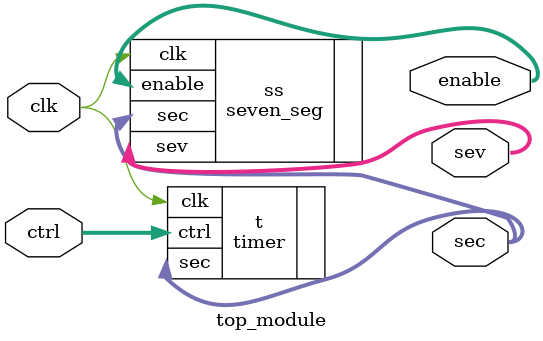
<source format=v>
`timescale 1ns / 1ps

module top_module(
	input clk,
	input [2:0] ctrl,
	output [15:0] sec,
	output [3:0] enable,
	output [6:0] sev
	);
	
	timer t (
	.clk (clk),
	.ctrl (ctrl),
	.sec (sec)
	);
	
	seven_seg ss (
	.clk (clk),
	.sec (sec),
	.sev (sev),
	.enable (enable)
	);

endmodule

</source>
